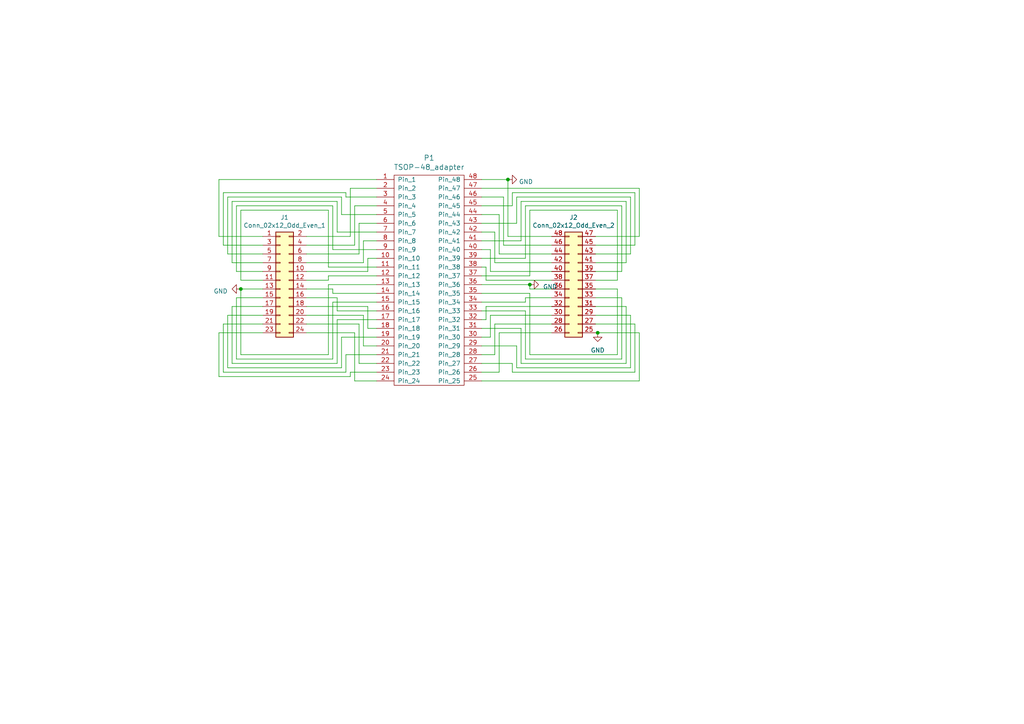
<source format=kicad_sch>
(kicad_sch (version 20230121) (generator eeschema)

  (uuid 335cbd71-bf56-4e6f-bda9-f8a828d35055)

  (paper "A4")

  (title_block
    (title "NANDO TSOP-48 adapter")
    (rev "v1.0")
  )

  (lib_symbols
    (symbol "nand_programmator:Conn_02x12_Odd_Even_Left" (pin_names (offset 1.016) hide) (in_bom yes) (on_board yes)
      (property "Reference" "J" (at 1.27 15.24 0)
        (effects (font (size 1.27 1.27)))
      )
      (property "Value" "Conn_02x12_Odd_Even_Left" (at 1.27 -17.78 0)
        (effects (font (size 1.27 1.27)))
      )
      (property "Footprint" "" (at 0 0 0)
        (effects (font (size 1.27 1.27)) hide)
      )
      (property "Datasheet" "~" (at 0 0 0)
        (effects (font (size 1.27 1.27)) hide)
      )
      (property "ki_keywords" "connector" (at 0 0 0)
        (effects (font (size 1.27 1.27)) hide)
      )
      (property "ki_description" "Generic connector, double row, 02x12, odd/even pin numbering scheme (row 1 odd numbers, row 2 even numbers), script generated (kicad-library-utils/schlib/autogen/connector/)" (at 0 0 0)
        (effects (font (size 1.27 1.27)) hide)
      )
      (property "ki_fp_filters" "Connector*:*_2x??_*" (at 0 0 0)
        (effects (font (size 1.27 1.27)) hide)
      )
      (symbol "Conn_02x12_Odd_Even_Left_1_1"
        (rectangle (start -1.27 -15.113) (end 0 -15.367)
          (stroke (width 0.1524) (type solid))
          (fill (type none))
        )
        (rectangle (start -1.27 -12.573) (end 0 -12.827)
          (stroke (width 0.1524) (type solid))
          (fill (type none))
        )
        (rectangle (start -1.27 -10.033) (end 0 -10.287)
          (stroke (width 0.1524) (type solid))
          (fill (type none))
        )
        (rectangle (start -1.27 -7.493) (end 0 -7.747)
          (stroke (width 0.1524) (type solid))
          (fill (type none))
        )
        (rectangle (start -1.27 -4.953) (end 0 -5.207)
          (stroke (width 0.1524) (type solid))
          (fill (type none))
        )
        (rectangle (start -1.27 -2.413) (end 0 -2.667)
          (stroke (width 0.1524) (type solid))
          (fill (type none))
        )
        (rectangle (start -1.27 0.127) (end 0 -0.127)
          (stroke (width 0.1524) (type solid))
          (fill (type none))
        )
        (rectangle (start -1.27 2.667) (end 0 2.413)
          (stroke (width 0.1524) (type solid))
          (fill (type none))
        )
        (rectangle (start -1.27 5.207) (end 0 4.953)
          (stroke (width 0.1524) (type solid))
          (fill (type none))
        )
        (rectangle (start -1.27 7.747) (end 0 7.493)
          (stroke (width 0.1524) (type solid))
          (fill (type none))
        )
        (rectangle (start -1.27 10.287) (end 0 10.033)
          (stroke (width 0.1524) (type solid))
          (fill (type none))
        )
        (rectangle (start -1.27 12.827) (end 0 12.573)
          (stroke (width 0.1524) (type solid))
          (fill (type none))
        )
        (rectangle (start -1.27 13.97) (end 3.81 -16.51)
          (stroke (width 0.254) (type solid))
          (fill (type background))
        )
        (rectangle (start 3.81 -15.113) (end 2.54 -15.367)
          (stroke (width 0.1524) (type solid))
          (fill (type none))
        )
        (rectangle (start 3.81 -12.573) (end 2.54 -12.827)
          (stroke (width 0.1524) (type solid))
          (fill (type none))
        )
        (rectangle (start 3.81 -10.033) (end 2.54 -10.287)
          (stroke (width 0.1524) (type solid))
          (fill (type none))
        )
        (rectangle (start 3.81 -7.493) (end 2.54 -7.747)
          (stroke (width 0.1524) (type solid))
          (fill (type none))
        )
        (rectangle (start 3.81 -4.953) (end 2.54 -5.207)
          (stroke (width 0.1524) (type solid))
          (fill (type none))
        )
        (rectangle (start 3.81 -2.413) (end 2.54 -2.667)
          (stroke (width 0.1524) (type solid))
          (fill (type none))
        )
        (rectangle (start 3.81 0.127) (end 2.54 -0.127)
          (stroke (width 0.1524) (type solid))
          (fill (type none))
        )
        (rectangle (start 3.81 2.667) (end 2.54 2.413)
          (stroke (width 0.1524) (type solid))
          (fill (type none))
        )
        (rectangle (start 3.81 5.207) (end 2.54 4.953)
          (stroke (width 0.1524) (type solid))
          (fill (type none))
        )
        (rectangle (start 3.81 7.747) (end 2.54 7.493)
          (stroke (width 0.1524) (type solid))
          (fill (type none))
        )
        (rectangle (start 3.81 10.287) (end 2.54 10.033)
          (stroke (width 0.1524) (type solid))
          (fill (type none))
        )
        (rectangle (start 3.81 12.827) (end 2.54 12.573)
          (stroke (width 0.1524) (type solid))
          (fill (type none))
        )
        (pin passive line (at -5.08 12.7 0) (length 3.81)
          (name "Pin_1" (effects (font (size 1.27 1.27))))
          (number "1" (effects (font (size 1.27 1.27))))
        )
        (pin passive line (at 7.62 2.54 180) (length 3.81)
          (name "Pin_10" (effects (font (size 1.27 1.27))))
          (number "10" (effects (font (size 1.27 1.27))))
        )
        (pin passive line (at -5.08 0 0) (length 3.81)
          (name "Pin_11" (effects (font (size 1.27 1.27))))
          (number "11" (effects (font (size 1.27 1.27))))
        )
        (pin passive line (at 7.62 0 180) (length 3.81)
          (name "Pin_12" (effects (font (size 1.27 1.27))))
          (number "12" (effects (font (size 1.27 1.27))))
        )
        (pin passive line (at -5.08 -2.54 0) (length 3.81)
          (name "Pin_13" (effects (font (size 1.27 1.27))))
          (number "13" (effects (font (size 1.27 1.27))))
        )
        (pin passive line (at 7.62 -2.54 180) (length 3.81)
          (name "Pin_14" (effects (font (size 1.27 1.27))))
          (number "14" (effects (font (size 1.27 1.27))))
        )
        (pin passive line (at -5.08 -5.08 0) (length 3.81)
          (name "Pin_15" (effects (font (size 1.27 1.27))))
          (number "15" (effects (font (size 1.27 1.27))))
        )
        (pin passive line (at 7.62 -5.08 180) (length 3.81)
          (name "Pin_16" (effects (font (size 1.27 1.27))))
          (number "16" (effects (font (size 1.27 1.27))))
        )
        (pin passive line (at -5.08 -7.62 0) (length 3.81)
          (name "Pin_17" (effects (font (size 1.27 1.27))))
          (number "17" (effects (font (size 1.27 1.27))))
        )
        (pin passive line (at 7.62 -7.62 180) (length 3.81)
          (name "Pin_18" (effects (font (size 1.27 1.27))))
          (number "18" (effects (font (size 1.27 1.27))))
        )
        (pin passive line (at -5.08 -10.16 0) (length 3.81)
          (name "Pin_19" (effects (font (size 1.27 1.27))))
          (number "19" (effects (font (size 1.27 1.27))))
        )
        (pin passive line (at 7.62 12.7 180) (length 3.81)
          (name "Pin_2" (effects (font (size 1.27 1.27))))
          (number "2" (effects (font (size 1.27 1.27))))
        )
        (pin passive line (at 7.62 -10.16 180) (length 3.81)
          (name "Pin_20" (effects (font (size 1.27 1.27))))
          (number "20" (effects (font (size 1.27 1.27))))
        )
        (pin passive line (at -5.08 -12.7 0) (length 3.81)
          (name "Pin_21" (effects (font (size 1.27 1.27))))
          (number "21" (effects (font (size 1.27 1.27))))
        )
        (pin passive line (at 7.62 -12.7 180) (length 3.81)
          (name "Pin_22" (effects (font (size 1.27 1.27))))
          (number "22" (effects (font (size 1.27 1.27))))
        )
        (pin passive line (at -5.08 -15.24 0) (length 3.81)
          (name "Pin_23" (effects (font (size 1.27 1.27))))
          (number "23" (effects (font (size 1.27 1.27))))
        )
        (pin passive line (at 7.62 -15.24 180) (length 3.81)
          (name "Pin_24" (effects (font (size 1.27 1.27))))
          (number "24" (effects (font (size 1.27 1.27))))
        )
        (pin passive line (at -5.08 10.16 0) (length 3.81)
          (name "Pin_3" (effects (font (size 1.27 1.27))))
          (number "3" (effects (font (size 1.27 1.27))))
        )
        (pin passive line (at 7.62 10.16 180) (length 3.81)
          (name "Pin_4" (effects (font (size 1.27 1.27))))
          (number "4" (effects (font (size 1.27 1.27))))
        )
        (pin passive line (at -5.08 7.62 0) (length 3.81)
          (name "Pin_5" (effects (font (size 1.27 1.27))))
          (number "5" (effects (font (size 1.27 1.27))))
        )
        (pin passive line (at 7.62 7.62 180) (length 3.81)
          (name "Pin_6" (effects (font (size 1.27 1.27))))
          (number "6" (effects (font (size 1.27 1.27))))
        )
        (pin passive line (at -5.08 5.08 0) (length 3.81)
          (name "Pin_7" (effects (font (size 1.27 1.27))))
          (number "7" (effects (font (size 1.27 1.27))))
        )
        (pin passive line (at 7.62 5.08 180) (length 3.81)
          (name "Pin_8" (effects (font (size 1.27 1.27))))
          (number "8" (effects (font (size 1.27 1.27))))
        )
        (pin passive line (at -5.08 2.54 0) (length 3.81)
          (name "Pin_9" (effects (font (size 1.27 1.27))))
          (number "9" (effects (font (size 1.27 1.27))))
        )
      )
    )
    (symbol "nand_programmator:Conn_02x12_Odd_Even_Right" (pin_names (offset 1.016) hide) (in_bom yes) (on_board yes)
      (property "Reference" "J" (at 1.27 15.24 0)
        (effects (font (size 1.27 1.27)))
      )
      (property "Value" "Conn_02x12_Odd_Even_Right" (at 1.27 -17.78 0)
        (effects (font (size 1.27 1.27)))
      )
      (property "Footprint" "" (at 0 0 0)
        (effects (font (size 1.27 1.27)) hide)
      )
      (property "Datasheet" "~" (at 0 0 0)
        (effects (font (size 1.27 1.27)) hide)
      )
      (property "ki_keywords" "connector" (at 0 0 0)
        (effects (font (size 1.27 1.27)) hide)
      )
      (property "ki_description" "Generic connector, double row, 02x12, odd/even pin numbering scheme (row 1 odd numbers, row 2 even numbers), script generated (kicad-library-utils/schlib/autogen/connector/)" (at 0 0 0)
        (effects (font (size 1.27 1.27)) hide)
      )
      (property "ki_fp_filters" "Connector*:*_2x??_*" (at 0 0 0)
        (effects (font (size 1.27 1.27)) hide)
      )
      (symbol "Conn_02x12_Odd_Even_Right_1_1"
        (rectangle (start -1.27 -15.113) (end 0 -15.367)
          (stroke (width 0.1524) (type solid))
          (fill (type none))
        )
        (rectangle (start -1.27 -12.573) (end 0 -12.827)
          (stroke (width 0.1524) (type solid))
          (fill (type none))
        )
        (rectangle (start -1.27 -10.033) (end 0 -10.287)
          (stroke (width 0.1524) (type solid))
          (fill (type none))
        )
        (rectangle (start -1.27 -7.493) (end 0 -7.747)
          (stroke (width 0.1524) (type solid))
          (fill (type none))
        )
        (rectangle (start -1.27 -4.953) (end 0 -5.207)
          (stroke (width 0.1524) (type solid))
          (fill (type none))
        )
        (rectangle (start -1.27 -2.413) (end 0 -2.667)
          (stroke (width 0.1524) (type solid))
          (fill (type none))
        )
        (rectangle (start -1.27 0.127) (end 0 -0.127)
          (stroke (width 0.1524) (type solid))
          (fill (type none))
        )
        (rectangle (start -1.27 2.667) (end 0 2.413)
          (stroke (width 0.1524) (type solid))
          (fill (type none))
        )
        (rectangle (start -1.27 5.207) (end 0 4.953)
          (stroke (width 0.1524) (type solid))
          (fill (type none))
        )
        (rectangle (start -1.27 7.747) (end 0 7.493)
          (stroke (width 0.1524) (type solid))
          (fill (type none))
        )
        (rectangle (start -1.27 10.287) (end 0 10.033)
          (stroke (width 0.1524) (type solid))
          (fill (type none))
        )
        (rectangle (start -1.27 12.827) (end 0 12.573)
          (stroke (width 0.1524) (type solid))
          (fill (type none))
        )
        (rectangle (start -1.27 13.97) (end 3.81 -16.51)
          (stroke (width 0.254) (type solid))
          (fill (type background))
        )
        (rectangle (start 3.81 -15.113) (end 2.54 -15.367)
          (stroke (width 0.1524) (type solid))
          (fill (type none))
        )
        (rectangle (start 3.81 -12.573) (end 2.54 -12.827)
          (stroke (width 0.1524) (type solid))
          (fill (type none))
        )
        (rectangle (start 3.81 -10.033) (end 2.54 -10.287)
          (stroke (width 0.1524) (type solid))
          (fill (type none))
        )
        (rectangle (start 3.81 -7.493) (end 2.54 -7.747)
          (stroke (width 0.1524) (type solid))
          (fill (type none))
        )
        (rectangle (start 3.81 -4.953) (end 2.54 -5.207)
          (stroke (width 0.1524) (type solid))
          (fill (type none))
        )
        (rectangle (start 3.81 -2.413) (end 2.54 -2.667)
          (stroke (width 0.1524) (type solid))
          (fill (type none))
        )
        (rectangle (start 3.81 0.127) (end 2.54 -0.127)
          (stroke (width 0.1524) (type solid))
          (fill (type none))
        )
        (rectangle (start 3.81 2.667) (end 2.54 2.413)
          (stroke (width 0.1524) (type solid))
          (fill (type none))
        )
        (rectangle (start 3.81 5.207) (end 2.54 4.953)
          (stroke (width 0.1524) (type solid))
          (fill (type none))
        )
        (rectangle (start 3.81 7.747) (end 2.54 7.493)
          (stroke (width 0.1524) (type solid))
          (fill (type none))
        )
        (rectangle (start 3.81 10.287) (end 2.54 10.033)
          (stroke (width 0.1524) (type solid))
          (fill (type none))
        )
        (rectangle (start 3.81 12.827) (end 2.54 12.573)
          (stroke (width 0.1524) (type solid))
          (fill (type none))
        )
        (pin passive line (at 7.62 -15.24 180) (length 3.81)
          (name "Pin_25" (effects (font (size 1.27 1.27))))
          (number "25" (effects (font (size 1.27 1.27))))
        )
        (pin passive line (at -5.08 -15.24 0) (length 3.81)
          (name "Pin_26" (effects (font (size 1.27 1.27))))
          (number "26" (effects (font (size 1.27 1.27))))
        )
        (pin passive line (at 7.62 -12.7 180) (length 3.81)
          (name "Pin_27" (effects (font (size 1.27 1.27))))
          (number "27" (effects (font (size 1.27 1.27))))
        )
        (pin passive line (at -5.08 -12.7 0) (length 3.81)
          (name "Pin_28" (effects (font (size 1.27 1.27))))
          (number "28" (effects (font (size 1.27 1.27))))
        )
        (pin passive line (at 7.62 -10.16 180) (length 3.81)
          (name "Pin_29" (effects (font (size 1.27 1.27))))
          (number "29" (effects (font (size 1.27 1.27))))
        )
        (pin passive line (at -5.08 -10.16 0) (length 3.81)
          (name "Pin_30" (effects (font (size 1.27 1.27))))
          (number "30" (effects (font (size 1.27 1.27))))
        )
        (pin passive line (at 7.62 -7.62 180) (length 3.81)
          (name "Pin_31" (effects (font (size 1.27 1.27))))
          (number "31" (effects (font (size 1.27 1.27))))
        )
        (pin passive line (at -5.08 -7.62 0) (length 3.81)
          (name "Pin_32" (effects (font (size 1.27 1.27))))
          (number "32" (effects (font (size 1.27 1.27))))
        )
        (pin passive line (at 7.62 -5.08 180) (length 3.81)
          (name "Pin_33" (effects (font (size 1.27 1.27))))
          (number "33" (effects (font (size 1.27 1.27))))
        )
        (pin passive line (at -5.08 -5.08 0) (length 3.81)
          (name "Pin_34" (effects (font (size 1.27 1.27))))
          (number "34" (effects (font (size 1.27 1.27))))
        )
        (pin passive line (at 7.62 -2.54 180) (length 3.81)
          (name "Pin_35" (effects (font (size 1.27 1.27))))
          (number "35" (effects (font (size 1.27 1.27))))
        )
        (pin passive line (at -5.08 -2.54 0) (length 3.81)
          (name "Pin_36" (effects (font (size 1.27 1.27))))
          (number "36" (effects (font (size 1.27 1.27))))
        )
        (pin passive line (at 7.62 0 180) (length 3.81)
          (name "Pin_37" (effects (font (size 1.27 1.27))))
          (number "37" (effects (font (size 1.27 1.27))))
        )
        (pin passive line (at -5.08 0 0) (length 3.81)
          (name "Pin_38" (effects (font (size 1.27 1.27))))
          (number "38" (effects (font (size 1.27 1.27))))
        )
        (pin passive line (at 7.62 2.54 180) (length 3.81)
          (name "Pin_39" (effects (font (size 1.27 1.27))))
          (number "39" (effects (font (size 1.27 1.27))))
        )
        (pin passive line (at -5.08 2.54 0) (length 3.81)
          (name "Pin_40" (effects (font (size 1.27 1.27))))
          (number "40" (effects (font (size 1.27 1.27))))
        )
        (pin passive line (at 7.62 5.08 180) (length 3.81)
          (name "Pin_41" (effects (font (size 1.27 1.27))))
          (number "41" (effects (font (size 1.27 1.27))))
        )
        (pin passive line (at -5.08 5.08 0) (length 3.81)
          (name "Pin_42" (effects (font (size 1.27 1.27))))
          (number "42" (effects (font (size 1.27 1.27))))
        )
        (pin passive line (at 7.62 7.62 180) (length 3.81)
          (name "Pin_43" (effects (font (size 1.27 1.27))))
          (number "43" (effects (font (size 1.27 1.27))))
        )
        (pin passive line (at -5.08 7.62 0) (length 3.81)
          (name "Pin_44" (effects (font (size 1.27 1.27))))
          (number "44" (effects (font (size 1.27 1.27))))
        )
        (pin passive line (at 7.62 10.16 180) (length 3.81)
          (name "Pin_45" (effects (font (size 1.27 1.27))))
          (number "45" (effects (font (size 1.27 1.27))))
        )
        (pin passive line (at -5.08 10.16 0) (length 3.81)
          (name "Pin_46" (effects (font (size 1.27 1.27))))
          (number "46" (effects (font (size 1.27 1.27))))
        )
        (pin passive line (at 7.62 12.7 180) (length 3.81)
          (name "Pin_47" (effects (font (size 1.27 1.27))))
          (number "47" (effects (font (size 1.27 1.27))))
        )
        (pin passive line (at -5.08 12.7 0) (length 3.81)
          (name "Pin_48" (effects (font (size 1.27 1.27))))
          (number "48" (effects (font (size 1.27 1.27))))
        )
      )
    )
    (symbol "nand_programmator:TSOP-48_adapter" (pin_names (offset 1.016)) (in_bom yes) (on_board yes)
      (property "Reference" "P" (at 0 -43.18 0)
        (effects (font (size 1.524 1.524)))
      )
      (property "Value" "TSOP-48_adapter" (at 0 21.59 0)
        (effects (font (size 1.524 1.524)))
      )
      (property "Footprint" "" (at 0 21.59 0)
        (effects (font (size 1.524 1.524)) hide)
      )
      (property "Datasheet" "" (at 0 21.59 0)
        (effects (font (size 1.524 1.524)) hide)
      )
      (symbol "TSOP-48_adapter_0_1"
        (rectangle (start -10.16 19.05) (end 10.16 -41.91)
          (stroke (width 0) (type solid))
          (fill (type none))
        )
      )
      (symbol "TSOP-48_adapter_1_1"
        (pin passive line (at -15.24 17.78 0) (length 5.08)
          (name "Pin_1" (effects (font (size 1.27 1.27))))
          (number "1" (effects (font (size 1.27 1.27))))
        )
        (pin passive line (at -15.24 -5.08 0) (length 5.08)
          (name "Pin_10" (effects (font (size 1.27 1.27))))
          (number "10" (effects (font (size 1.27 1.27))))
        )
        (pin passive line (at -15.24 -7.62 0) (length 5.08)
          (name "Pin_11" (effects (font (size 1.27 1.27))))
          (number "11" (effects (font (size 1.27 1.27))))
        )
        (pin passive line (at -15.24 -10.16 0) (length 5.08)
          (name "Pin_12" (effects (font (size 1.27 1.27))))
          (number "12" (effects (font (size 1.27 1.27))))
        )
        (pin passive line (at -15.24 -12.7 0) (length 5.08)
          (name "Pin_13" (effects (font (size 1.27 1.27))))
          (number "13" (effects (font (size 1.27 1.27))))
        )
        (pin passive line (at -15.24 -15.24 0) (length 5.08)
          (name "Pin_14" (effects (font (size 1.27 1.27))))
          (number "14" (effects (font (size 1.27 1.27))))
        )
        (pin passive line (at -15.24 -17.78 0) (length 5.08)
          (name "Pin_15" (effects (font (size 1.27 1.27))))
          (number "15" (effects (font (size 1.27 1.27))))
        )
        (pin passive line (at -15.24 -20.32 0) (length 5.08)
          (name "Pin_16" (effects (font (size 1.27 1.27))))
          (number "16" (effects (font (size 1.27 1.27))))
        )
        (pin passive line (at -15.24 -22.86 0) (length 5.08)
          (name "Pin_17" (effects (font (size 1.27 1.27))))
          (number "17" (effects (font (size 1.27 1.27))))
        )
        (pin passive line (at -15.24 -25.4 0) (length 5.08)
          (name "Pin_18" (effects (font (size 1.27 1.27))))
          (number "18" (effects (font (size 1.27 1.27))))
        )
        (pin passive line (at -15.24 -27.94 0) (length 5.08)
          (name "Pin_19" (effects (font (size 1.27 1.27))))
          (number "19" (effects (font (size 1.27 1.27))))
        )
        (pin passive line (at -15.24 15.24 0) (length 5.08)
          (name "Pin_2" (effects (font (size 1.27 1.27))))
          (number "2" (effects (font (size 1.27 1.27))))
        )
        (pin passive line (at -15.24 -30.48 0) (length 5.08)
          (name "Pin_20" (effects (font (size 1.27 1.27))))
          (number "20" (effects (font (size 1.27 1.27))))
        )
        (pin passive line (at -15.24 -33.02 0) (length 5.08)
          (name "Pin_21" (effects (font (size 1.27 1.27))))
          (number "21" (effects (font (size 1.27 1.27))))
        )
        (pin passive line (at -15.24 -35.56 0) (length 5.08)
          (name "Pin_22" (effects (font (size 1.27 1.27))))
          (number "22" (effects (font (size 1.27 1.27))))
        )
        (pin passive line (at -15.24 -38.1 0) (length 5.08)
          (name "Pin_23" (effects (font (size 1.27 1.27))))
          (number "23" (effects (font (size 1.27 1.27))))
        )
        (pin passive line (at -15.24 -40.64 0) (length 5.08)
          (name "Pin_24" (effects (font (size 1.27 1.27))))
          (number "24" (effects (font (size 1.27 1.27))))
        )
        (pin passive line (at 15.24 -40.64 180) (length 5.08)
          (name "Pin_25" (effects (font (size 1.27 1.27))))
          (number "25" (effects (font (size 1.27 1.27))))
        )
        (pin passive line (at 15.24 -38.1 180) (length 5.08)
          (name "Pin_26" (effects (font (size 1.27 1.27))))
          (number "26" (effects (font (size 1.27 1.27))))
        )
        (pin passive line (at 15.24 -35.56 180) (length 5.08)
          (name "Pin_27" (effects (font (size 1.27 1.27))))
          (number "27" (effects (font (size 1.27 1.27))))
        )
        (pin passive line (at 15.24 -33.02 180) (length 5.08)
          (name "Pin_28" (effects (font (size 1.27 1.27))))
          (number "28" (effects (font (size 1.27 1.27))))
        )
        (pin passive line (at 15.24 -30.48 180) (length 5.08)
          (name "Pin_29" (effects (font (size 1.27 1.27))))
          (number "29" (effects (font (size 1.27 1.27))))
        )
        (pin passive line (at -15.24 12.7 0) (length 5.08)
          (name "Pin_3" (effects (font (size 1.27 1.27))))
          (number "3" (effects (font (size 1.27 1.27))))
        )
        (pin passive line (at 15.24 -27.94 180) (length 5.08)
          (name "Pin_30" (effects (font (size 1.27 1.27))))
          (number "30" (effects (font (size 1.27 1.27))))
        )
        (pin passive line (at 15.24 -25.4 180) (length 5.08)
          (name "Pin_31" (effects (font (size 1.27 1.27))))
          (number "31" (effects (font (size 1.27 1.27))))
        )
        (pin passive line (at 15.24 -22.86 180) (length 5.08)
          (name "Pin_32" (effects (font (size 1.27 1.27))))
          (number "32" (effects (font (size 1.27 1.27))))
        )
        (pin passive line (at 15.24 -20.32 180) (length 5.08)
          (name "Pin_33" (effects (font (size 1.27 1.27))))
          (number "33" (effects (font (size 1.27 1.27))))
        )
        (pin passive line (at 15.24 -17.78 180) (length 5.08)
          (name "Pin_34" (effects (font (size 1.27 1.27))))
          (number "34" (effects (font (size 1.27 1.27))))
        )
        (pin passive line (at 15.24 -15.24 180) (length 5.08)
          (name "Pin_35" (effects (font (size 1.27 1.27))))
          (number "35" (effects (font (size 1.27 1.27))))
        )
        (pin passive line (at 15.24 -12.7 180) (length 5.08)
          (name "Pin_36" (effects (font (size 1.27 1.27))))
          (number "36" (effects (font (size 1.27 1.27))))
        )
        (pin passive line (at 15.24 -10.16 180) (length 5.08)
          (name "Pin_37" (effects (font (size 1.27 1.27))))
          (number "37" (effects (font (size 1.27 1.27))))
        )
        (pin passive line (at 15.24 -7.62 180) (length 5.08)
          (name "Pin_38" (effects (font (size 1.27 1.27))))
          (number "38" (effects (font (size 1.27 1.27))))
        )
        (pin passive line (at 15.24 -5.08 180) (length 5.08)
          (name "Pin_39" (effects (font (size 1.27 1.27))))
          (number "39" (effects (font (size 1.27 1.27))))
        )
        (pin passive line (at -15.24 10.16 0) (length 5.08)
          (name "Pin_4" (effects (font (size 1.27 1.27))))
          (number "4" (effects (font (size 1.27 1.27))))
        )
        (pin passive line (at 15.24 -2.54 180) (length 5.08)
          (name "Pin_40" (effects (font (size 1.27 1.27))))
          (number "40" (effects (font (size 1.27 1.27))))
        )
        (pin passive line (at 15.24 0 180) (length 5.08)
          (name "Pin_41" (effects (font (size 1.27 1.27))))
          (number "41" (effects (font (size 1.27 1.27))))
        )
        (pin passive line (at 15.24 2.54 180) (length 5.08)
          (name "Pin_42" (effects (font (size 1.27 1.27))))
          (number "42" (effects (font (size 1.27 1.27))))
        )
        (pin passive line (at 15.24 5.08 180) (length 5.08)
          (name "Pin_43" (effects (font (size 1.27 1.27))))
          (number "43" (effects (font (size 1.27 1.27))))
        )
        (pin passive line (at 15.24 7.62 180) (length 5.08)
          (name "Pin_44" (effects (font (size 1.27 1.27))))
          (number "44" (effects (font (size 1.27 1.27))))
        )
        (pin passive line (at 15.24 10.16 180) (length 5.08)
          (name "Pin_45" (effects (font (size 1.27 1.27))))
          (number "45" (effects (font (size 1.27 1.27))))
        )
        (pin passive line (at 15.24 12.7 180) (length 5.08)
          (name "Pin_46" (effects (font (size 1.27 1.27))))
          (number "46" (effects (font (size 1.27 1.27))))
        )
        (pin passive line (at 15.24 15.24 180) (length 5.08)
          (name "Pin_47" (effects (font (size 1.27 1.27))))
          (number "47" (effects (font (size 1.27 1.27))))
        )
        (pin passive line (at 15.24 17.78 180) (length 5.08)
          (name "Pin_48" (effects (font (size 1.27 1.27))))
          (number "48" (effects (font (size 1.27 1.27))))
        )
        (pin passive line (at -15.24 7.62 0) (length 5.08)
          (name "Pin_5" (effects (font (size 1.27 1.27))))
          (number "5" (effects (font (size 1.27 1.27))))
        )
        (pin passive line (at -15.24 5.08 0) (length 5.08)
          (name "Pin_6" (effects (font (size 1.27 1.27))))
          (number "6" (effects (font (size 1.27 1.27))))
        )
        (pin passive line (at -15.24 2.54 0) (length 5.08)
          (name "Pin_7" (effects (font (size 1.27 1.27))))
          (number "7" (effects (font (size 1.27 1.27))))
        )
        (pin passive line (at -15.24 0 0) (length 5.08)
          (name "Pin_8" (effects (font (size 1.27 1.27))))
          (number "8" (effects (font (size 1.27 1.27))))
        )
        (pin passive line (at -15.24 -2.54 0) (length 5.08)
          (name "Pin_9" (effects (font (size 1.27 1.27))))
          (number "9" (effects (font (size 1.27 1.27))))
        )
      )
    )
    (symbol "power:GND" (power) (pin_names (offset 0)) (in_bom yes) (on_board yes)
      (property "Reference" "#PWR" (at 0 -6.35 0)
        (effects (font (size 1.27 1.27)) hide)
      )
      (property "Value" "GND" (at 0 -3.81 0)
        (effects (font (size 1.27 1.27)))
      )
      (property "Footprint" "" (at 0 0 0)
        (effects (font (size 1.27 1.27)) hide)
      )
      (property "Datasheet" "" (at 0 0 0)
        (effects (font (size 1.27 1.27)) hide)
      )
      (property "ki_keywords" "global power" (at 0 0 0)
        (effects (font (size 1.27 1.27)) hide)
      )
      (property "ki_description" "Power symbol creates a global label with name \"GND\" , ground" (at 0 0 0)
        (effects (font (size 1.27 1.27)) hide)
      )
      (symbol "GND_0_1"
        (polyline
          (pts
            (xy 0 0)
            (xy 0 -1.27)
            (xy 1.27 -1.27)
            (xy 0 -2.54)
            (xy -1.27 -1.27)
            (xy 0 -1.27)
          )
          (stroke (width 0) (type default))
          (fill (type none))
        )
      )
      (symbol "GND_1_1"
        (pin power_in line (at 0 0 270) (length 0) hide
          (name "GND" (effects (font (size 1.27 1.27))))
          (number "1" (effects (font (size 1.27 1.27))))
        )
      )
    )
  )

  (junction (at 173.355 96.52) (diameter 0) (color 0 0 0 0)
    (uuid 3b3cc401-c38f-4f21-a80b-ca1085fb0521)
  )
  (junction (at 147.32 52.07) (diameter 0) (color 0 0 0 0)
    (uuid 5c42ba94-8b16-470f-b415-4f39423ae9b5)
  )
  (junction (at 69.85 83.82) (diameter 0) (color 0 0 0 0)
    (uuid b24a7fe9-dc99-4f91-a93d-59fc9d07dd14)
  )
  (junction (at 153.67 82.55) (diameter 0) (color 0 0 0 0)
    (uuid e78327cc-9c39-4676-8566-00291776d6e1)
  )

  (wire (pts (xy 88.9 71.12) (xy 102.87 71.12))
    (stroke (width 0) (type default))
    (uuid 02c080cd-c440-4a0b-872f-575796a287cb)
  )
  (wire (pts (xy 63.5 52.07) (xy 109.22 52.07))
    (stroke (width 0) (type default))
    (uuid 03d36923-30c5-4526-85cf-0a6c1a61fa2a)
  )
  (wire (pts (xy 66.04 57.15) (xy 99.06 57.15))
    (stroke (width 0) (type default))
    (uuid 041758cf-b17b-4edc-949f-faa1635c7bfd)
  )
  (wire (pts (xy 180.34 78.74) (xy 180.34 59.69))
    (stroke (width 0) (type default))
    (uuid 059a249e-efee-41cc-8ba5-96a47ed13a57)
  )
  (wire (pts (xy 101.6 109.22) (xy 101.6 107.95))
    (stroke (width 0) (type default))
    (uuid 06f9a404-76e7-4b09-b9aa-c062e1da2e70)
  )
  (wire (pts (xy 147.32 68.58) (xy 147.32 52.07))
    (stroke (width 0) (type default))
    (uuid 0712edf0-fd0d-491b-a887-e18e017b0a83)
  )
  (wire (pts (xy 101.6 107.95) (xy 109.22 107.95))
    (stroke (width 0) (type default))
    (uuid 0b2eea6d-bc87-4894-929b-ed93b73a8533)
  )
  (wire (pts (xy 96.52 72.39) (xy 109.22 72.39))
    (stroke (width 0) (type default))
    (uuid 0bce8907-0d3d-4dbe-896f-52eeb8ffa96c)
  )
  (wire (pts (xy 160.02 88.9) (xy 140.97 88.9))
    (stroke (width 0) (type default))
    (uuid 0c604019-d5ab-4096-b2df-918c8e1417e8)
  )
  (wire (pts (xy 105.41 69.85) (xy 109.22 69.85))
    (stroke (width 0) (type default))
    (uuid 0d419973-dfe8-4bd6-b30d-12c2d6bf67a9)
  )
  (wire (pts (xy 68.58 78.74) (xy 68.58 59.69))
    (stroke (width 0) (type default))
    (uuid 0d4ec7fa-6bf9-4dd9-aacf-1b4158a02cbe)
  )
  (wire (pts (xy 63.5 68.58) (xy 63.5 52.07))
    (stroke (width 0) (type default))
    (uuid 0fd75557-7168-4d2c-8f85-ee824067f649)
  )
  (wire (pts (xy 99.06 97.79) (xy 109.22 97.79))
    (stroke (width 0) (type default))
    (uuid 12a4df72-4877-4406-80fb-2ed1a70f5c98)
  )
  (wire (pts (xy 172.72 76.2) (xy 181.61 76.2))
    (stroke (width 0) (type default))
    (uuid 139f57b2-d9b6-4934-b7f3-64a0403adc5f)
  )
  (wire (pts (xy 180.34 59.69) (xy 152.4 59.69))
    (stroke (width 0) (type default))
    (uuid 145e2775-4bf4-4b68-9f02-4e0e1eab6532)
  )
  (wire (pts (xy 160.02 96.52) (xy 144.78 96.52))
    (stroke (width 0) (type default))
    (uuid 1508ecc3-b25f-426c-9669-ddbbc6157735)
  )
  (wire (pts (xy 76.2 88.9) (xy 67.31 88.9))
    (stroke (width 0) (type default))
    (uuid 16cd5cc4-7086-4b27-acf8-2c83d9901cc9)
  )
  (wire (pts (xy 152.4 59.69) (xy 152.4 74.93))
    (stroke (width 0) (type default))
    (uuid 17d9cf5a-da6f-4216-9de3-cf47c29a2e78)
  )
  (wire (pts (xy 184.15 71.12) (xy 184.15 55.88))
    (stroke (width 0) (type default))
    (uuid 1a8b941e-eec1-45bf-8a65-5a266a953b78)
  )
  (wire (pts (xy 142.24 72.39) (xy 139.7 72.39))
    (stroke (width 0) (type default))
    (uuid 1af42cf0-6410-4320-a91c-b87ac160bdd3)
  )
  (wire (pts (xy 152.4 86.36) (xy 152.4 87.63))
    (stroke (width 0) (type default))
    (uuid 1c076a99-a735-4d26-a906-5a910125beea)
  )
  (wire (pts (xy 101.6 54.61) (xy 109.22 54.61))
    (stroke (width 0) (type default))
    (uuid 1c0a6ecd-9962-445a-899b-c6fd3977c06f)
  )
  (wire (pts (xy 76.2 78.74) (xy 68.58 78.74))
    (stroke (width 0) (type default))
    (uuid 1fda5dcc-3147-4d85-b952-e427afc403d4)
  )
  (wire (pts (xy 64.77 55.88) (xy 100.33 55.88))
    (stroke (width 0) (type default))
    (uuid 221b7e3c-f419-4bc4-a95d-6c4f3bcd452c)
  )
  (wire (pts (xy 100.33 107.95) (xy 100.33 102.87))
    (stroke (width 0) (type default))
    (uuid 29b09a77-31a3-424f-a29f-d8bc300bf2db)
  )
  (wire (pts (xy 181.61 76.2) (xy 181.61 58.42))
    (stroke (width 0) (type default))
    (uuid 29f276c4-6d99-4cd5-8138-ce5f6b540eba)
  )
  (wire (pts (xy 95.25 82.55) (xy 109.22 82.55))
    (stroke (width 0) (type default))
    (uuid 2b13321e-494f-43f4-aa1f-cd582bab21e9)
  )
  (wire (pts (xy 76.2 96.52) (xy 63.5 96.52))
    (stroke (width 0) (type default))
    (uuid 2cfd0e30-5cbc-4499-b00c-a4a611ae70c1)
  )
  (wire (pts (xy 102.87 96.52) (xy 102.87 110.49))
    (stroke (width 0) (type default))
    (uuid 2f58f4d6-e27f-4612-8c16-9964bd715796)
  )
  (wire (pts (xy 76.2 68.58) (xy 63.5 68.58))
    (stroke (width 0) (type default))
    (uuid 318dea56-4bcf-4547-b608-03317c7384b6)
  )
  (wire (pts (xy 181.61 58.42) (xy 151.13 58.42))
    (stroke (width 0) (type default))
    (uuid 324c2494-7e5d-4068-a00a-6102a77d3a0e)
  )
  (wire (pts (xy 149.86 100.33) (xy 139.7 100.33))
    (stroke (width 0) (type default))
    (uuid 341b3228-f373-422e-9bf4-9d649b00dad7)
  )
  (wire (pts (xy 95.25 80.01) (xy 109.22 80.01))
    (stroke (width 0) (type default))
    (uuid 34670689-8e4f-4f80-9e0a-57e9634726d2)
  )
  (wire (pts (xy 88.9 81.28) (xy 95.25 81.28))
    (stroke (width 0) (type default))
    (uuid 3508f594-dd3d-4711-b5d8-23a17f4f0952)
  )
  (wire (pts (xy 160.02 86.36) (xy 152.4 86.36))
    (stroke (width 0) (type default))
    (uuid 355c3cda-ea7c-4d81-abe9-f083ad2080cb)
  )
  (wire (pts (xy 153.67 83.82) (xy 153.67 82.55))
    (stroke (width 0) (type default))
    (uuid 3a676b33-babe-4c77-8823-27953293738a)
  )
  (wire (pts (xy 88.9 86.36) (xy 97.79 86.36))
    (stroke (width 0) (type default))
    (uuid 3d47e65f-41d9-41b7-82ba-e5fff0966100)
  )
  (wire (pts (xy 172.72 73.66) (xy 182.88 73.66))
    (stroke (width 0) (type default))
    (uuid 3e819652-5337-4914-a0c0-4a4ecfc20d61)
  )
  (wire (pts (xy 99.06 106.68) (xy 99.06 97.79))
    (stroke (width 0) (type default))
    (uuid 3eae4362-14d1-443e-ac8c-5a9d6d662db3)
  )
  (wire (pts (xy 172.72 71.12) (xy 184.15 71.12))
    (stroke (width 0) (type default))
    (uuid 3f12c842-65af-409e-ad21-3c9a65a98398)
  )
  (wire (pts (xy 173.355 96.52) (xy 185.42 96.52))
    (stroke (width 0) (type default))
    (uuid 405afec9-2cc5-47fc-a471-d37d812454ba)
  )
  (wire (pts (xy 76.2 83.82) (xy 69.85 83.82))
    (stroke (width 0) (type default))
    (uuid 426739cf-e91e-4857-9497-671483438e07)
  )
  (wire (pts (xy 97.79 92.71) (xy 109.22 92.71))
    (stroke (width 0) (type default))
    (uuid 449072b5-f717-4984-b54d-95654771312b)
  )
  (wire (pts (xy 104.14 93.98) (xy 104.14 105.41))
    (stroke (width 0) (type default))
    (uuid 4809d255-1c7f-4152-8c26-dcbb6f16bde4)
  )
  (wire (pts (xy 66.04 91.44) (xy 66.04 106.68))
    (stroke (width 0) (type default))
    (uuid 48ddeacd-979a-4b7a-8f64-71d504939020)
  )
  (wire (pts (xy 95.25 81.28) (xy 95.25 80.01))
    (stroke (width 0) (type default))
    (uuid 491510e1-012b-467e-b0e9-c443678cf87f)
  )
  (wire (pts (xy 143.51 67.31) (xy 139.7 67.31))
    (stroke (width 0) (type default))
    (uuid 4d09168c-2bb8-4464-ab2d-510f99b6fccb)
  )
  (wire (pts (xy 102.87 59.69) (xy 109.22 59.69))
    (stroke (width 0) (type default))
    (uuid 4dc7faae-f0f4-4187-9d98-23152379b37b)
  )
  (wire (pts (xy 101.6 68.58) (xy 101.6 54.61))
    (stroke (width 0) (type default))
    (uuid 4ec1a5db-0075-41b2-91ca-6b65121fcf67)
  )
  (wire (pts (xy 185.42 54.61) (xy 139.7 54.61))
    (stroke (width 0) (type default))
    (uuid 503df406-b97c-4341-abab-37dc1d2c9e61)
  )
  (wire (pts (xy 99.06 57.15) (xy 99.06 62.23))
    (stroke (width 0) (type default))
    (uuid 53d3cea5-f558-49a5-9d65-693cf160c864)
  )
  (wire (pts (xy 63.5 96.52) (xy 63.5 109.22))
    (stroke (width 0) (type default))
    (uuid 55a5b16c-9e81-4aaf-8393-6ab7daef76be)
  )
  (wire (pts (xy 172.72 83.82) (xy 179.07 83.82))
    (stroke (width 0) (type default))
    (uuid 55bf4797-e173-4a05-a752-85b56ba1ebd3)
  )
  (wire (pts (xy 76.2 76.2) (xy 67.31 76.2))
    (stroke (width 0) (type default))
    (uuid 5871beb1-c5ad-413f-bbb6-b6b52a163116)
  )
  (wire (pts (xy 97.79 90.17) (xy 109.22 90.17))
    (stroke (width 0) (type default))
    (uuid 58de0a8b-05ed-44e4-bb16-edf7440a9519)
  )
  (wire (pts (xy 144.78 73.66) (xy 144.78 62.23))
    (stroke (width 0) (type default))
    (uuid 59e4818e-cdbd-46b9-ad2a-440e5543267c)
  )
  (wire (pts (xy 140.97 77.47) (xy 139.7 77.47))
    (stroke (width 0) (type default))
    (uuid 5bbf0b76-269b-45ef-a5ed-b2d367cb16d6)
  )
  (wire (pts (xy 160.02 91.44) (xy 142.24 91.44))
    (stroke (width 0) (type default))
    (uuid 5bfd3391-3124-4727-8006-49a677e587b5)
  )
  (wire (pts (xy 76.2 71.12) (xy 64.77 71.12))
    (stroke (width 0) (type default))
    (uuid 5c540e30-1eb7-4b96-847c-5287d1ba73fe)
  )
  (wire (pts (xy 69.85 60.96) (xy 95.25 60.96))
    (stroke (width 0) (type default))
    (uuid 5c7315ae-57b9-40da-b1ce-c7666d0e2975)
  )
  (wire (pts (xy 182.88 91.44) (xy 182.88 106.68))
    (stroke (width 0) (type default))
    (uuid 5dbc9a74-a9d0-4fbc-bcf7-398050ee9dd8)
  )
  (wire (pts (xy 105.41 76.2) (xy 105.41 69.85))
    (stroke (width 0) (type default))
    (uuid 5e0515f7-171f-4f16-9024-d2df15ef63f0)
  )
  (wire (pts (xy 100.33 102.87) (xy 109.22 102.87))
    (stroke (width 0) (type default))
    (uuid 5f3bd5a1-21b7-4f3d-bb88-af19edebad30)
  )
  (wire (pts (xy 180.34 104.14) (xy 152.4 104.14))
    (stroke (width 0) (type default))
    (uuid 61df3d2d-ee68-4e26-a188-86459f0eb13e)
  )
  (wire (pts (xy 143.51 93.98) (xy 143.51 102.87))
    (stroke (width 0) (type default))
    (uuid 62d10f30-389f-4e4f-881a-89989bb877c2)
  )
  (wire (pts (xy 97.79 105.41) (xy 97.79 92.71))
    (stroke (width 0) (type default))
    (uuid 62f126a5-6c0b-4668-abbf-080dad3c024b)
  )
  (wire (pts (xy 88.9 91.44) (xy 105.41 91.44))
    (stroke (width 0) (type default))
    (uuid 63eb8257-31da-4c93-8a30-f5508878c47d)
  )
  (wire (pts (xy 160.02 78.74) (xy 142.24 78.74))
    (stroke (width 0) (type default))
    (uuid 6429708b-2e9d-440c-88e1-154a08479673)
  )
  (wire (pts (xy 153.67 102.87) (xy 153.67 85.09))
    (stroke (width 0) (type default))
    (uuid 66cee44f-c2e3-406c-a4e3-19be6614ae33)
  )
  (wire (pts (xy 149.86 57.15) (xy 149.86 64.77))
    (stroke (width 0) (type default))
    (uuid 673d5b7e-94ae-4515-8657-be053b07f06a)
  )
  (wire (pts (xy 160.02 73.66) (xy 144.78 73.66))
    (stroke (width 0) (type default))
    (uuid 678d8acd-9505-411b-9456-46fcaa399486)
  )
  (wire (pts (xy 64.77 71.12) (xy 64.77 55.88))
    (stroke (width 0) (type default))
    (uuid 68dba93d-e391-407d-a6e8-47629ed65421)
  )
  (wire (pts (xy 76.2 73.66) (xy 66.04 73.66))
    (stroke (width 0) (type default))
    (uuid 690e2070-3b7b-4976-aa71-f3a6ef7a7cde)
  )
  (wire (pts (xy 96.52 87.63) (xy 109.22 87.63))
    (stroke (width 0) (type default))
    (uuid 694013a0-bc20-4068-82d1-363a4769db3a)
  )
  (wire (pts (xy 146.05 57.15) (xy 139.7 57.15))
    (stroke (width 0) (type default))
    (uuid 6b8a1c0e-83c0-4438-b9ab-6655f3460287)
  )
  (wire (pts (xy 181.61 105.41) (xy 151.13 105.41))
    (stroke (width 0) (type default))
    (uuid 6bed2fa3-d0a0-4c54-8967-ef7204fa047f)
  )
  (wire (pts (xy 184.15 107.95) (xy 148.59 107.95))
    (stroke (width 0) (type default))
    (uuid 6c3efc02-46ea-435c-8b8f-fef6bab63a9c)
  )
  (wire (pts (xy 69.85 81.28) (xy 76.2 81.28))
    (stroke (width 0) (type default))
    (uuid 6ec8c498-5201-4973-9459-4bc24209e4d3)
  )
  (wire (pts (xy 102.87 71.12) (xy 102.87 59.69))
    (stroke (width 0) (type default))
    (uuid 70033069-bdec-44be-8563-cee85f2cee5c)
  )
  (wire (pts (xy 147.32 52.07) (xy 139.7 52.07))
    (stroke (width 0) (type default))
    (uuid 70294c82-74b4-4efa-a5ac-043fb486e000)
  )
  (wire (pts (xy 160.02 81.28) (xy 140.97 81.28))
    (stroke (width 0) (type default))
    (uuid 70838a2a-ae41-4566-99a5-b5dcd4d88b4e)
  )
  (wire (pts (xy 184.15 93.98) (xy 184.15 107.95))
    (stroke (width 0) (type default))
    (uuid 72b9b781-5e84-429c-b3ef-9e1cfe7fa437)
  )
  (wire (pts (xy 96.52 85.09) (xy 109.22 85.09))
    (stroke (width 0) (type default))
    (uuid 747e7ba3-796f-4c7c-b4de-0abe80fdc2e0)
  )
  (wire (pts (xy 64.77 93.98) (xy 64.77 107.95))
    (stroke (width 0) (type default))
    (uuid 74b3901e-0548-4516-af47-a9afedf5726e)
  )
  (wire (pts (xy 144.78 107.95) (xy 139.7 107.95))
    (stroke (width 0) (type default))
    (uuid 76672042-35c7-4897-8f76-9f50fa400c79)
  )
  (wire (pts (xy 153.67 82.55) (xy 139.7 82.55))
    (stroke (width 0) (type default))
    (uuid 77d31b61-446d-4394-a7ef-95ad1e6e0e39)
  )
  (wire (pts (xy 179.07 83.82) (xy 179.07 102.87))
    (stroke (width 0) (type default))
    (uuid 783387c7-914e-4220-8216-5c0e67ad7dab)
  )
  (wire (pts (xy 95.25 60.96) (xy 95.25 77.47))
    (stroke (width 0) (type default))
    (uuid 7ac8ad31-bdf7-4780-a918-77366a92c3d1)
  )
  (wire (pts (xy 182.88 57.15) (xy 149.86 57.15))
    (stroke (width 0) (type default))
    (uuid 7bb6caab-2345-4182-9db5-ef70c1af1150)
  )
  (wire (pts (xy 96.52 59.69) (xy 96.52 72.39))
    (stroke (width 0) (type default))
    (uuid 7c9cb5d7-4b52-4912-89e0-ec4e8c41ff4c)
  )
  (wire (pts (xy 67.31 76.2) (xy 67.31 58.42))
    (stroke (width 0) (type default))
    (uuid 7caf1c20-8daa-4145-a19e-8b2840482456)
  )
  (wire (pts (xy 172.72 78.74) (xy 180.34 78.74))
    (stroke (width 0) (type default))
    (uuid 7d9f9708-5dc8-48ff-92f8-934963d319a4)
  )
  (wire (pts (xy 149.86 106.68) (xy 149.86 100.33))
    (stroke (width 0) (type default))
    (uuid 7e2fd95c-2d50-4e36-9134-bb770a8d8948)
  )
  (wire (pts (xy 66.04 106.68) (xy 99.06 106.68))
    (stroke (width 0) (type default))
    (uuid 804ff26b-d820-4071-b68a-dabafaf55f14)
  )
  (wire (pts (xy 88.9 68.58) (xy 101.6 68.58))
    (stroke (width 0) (type default))
    (uuid 80b991f7-4a25-4e82-a83e-ecf9db92d086)
  )
  (wire (pts (xy 104.14 73.66) (xy 104.14 64.77))
    (stroke (width 0) (type default))
    (uuid 83e02d3f-731d-46fd-a5cf-70959f5a4299)
  )
  (wire (pts (xy 88.9 78.74) (xy 106.68 78.74))
    (stroke (width 0) (type default))
    (uuid 8561fa9b-8bce-4d45-8419-e6da9ff494e9)
  )
  (wire (pts (xy 185.42 110.49) (xy 139.7 110.49))
    (stroke (width 0) (type default))
    (uuid 85fcc0ef-ef1b-4f8a-964d-6b3822cb5975)
  )
  (wire (pts (xy 64.77 107.95) (xy 100.33 107.95))
    (stroke (width 0) (type default))
    (uuid 86186460-3556-462f-9127-3082a38aade6)
  )
  (wire (pts (xy 172.72 81.28) (xy 179.07 81.28))
    (stroke (width 0) (type default))
    (uuid 87e51011-4185-41b8-8c75-72062334a2b6)
  )
  (wire (pts (xy 180.34 86.36) (xy 180.34 104.14))
    (stroke (width 0) (type default))
    (uuid 8b6335be-139b-4156-a65f-d0de97d250c4)
  )
  (wire (pts (xy 148.59 107.95) (xy 148.59 105.41))
    (stroke (width 0) (type default))
    (uuid 8ba19ba6-7e19-4f8b-b41f-bc37193ccfcc)
  )
  (wire (pts (xy 149.86 64.77) (xy 139.7 64.77))
    (stroke (width 0) (type default))
    (uuid 8c0c7a02-f551-499b-8f57-50c4701180b8)
  )
  (wire (pts (xy 172.72 91.44) (xy 182.88 91.44))
    (stroke (width 0) (type default))
    (uuid 8d5d434b-e060-4d0b-b8cd-e865820af0d7)
  )
  (wire (pts (xy 151.13 69.85) (xy 139.7 69.85))
    (stroke (width 0) (type default))
    (uuid 8f54a01e-5122-4ccb-9aee-14bc05d4387b)
  )
  (wire (pts (xy 143.51 76.2) (xy 143.51 67.31))
    (stroke (width 0) (type default))
    (uuid 911ca2d7-1154-45f6-92e1-5326bf88cd11)
  )
  (wire (pts (xy 88.9 76.2) (xy 105.41 76.2))
    (stroke (width 0) (type default))
    (uuid 93d40764-b1f0-42e9-a644-e54eba06361d)
  )
  (wire (pts (xy 140.97 81.28) (xy 140.97 77.47))
    (stroke (width 0) (type default))
    (uuid 93f542c9-def2-4ff7-bc39-310ddddde745)
  )
  (wire (pts (xy 63.5 109.22) (xy 101.6 109.22))
    (stroke (width 0) (type default))
    (uuid 940c6cd5-18ef-4853-8aee-aaec41a93b01)
  )
  (wire (pts (xy 105.41 91.44) (xy 105.41 100.33))
    (stroke (width 0) (type default))
    (uuid 957de49e-c9ff-47c8-938c-79c5c1daec1e)
  )
  (wire (pts (xy 106.68 88.9) (xy 106.68 95.25))
    (stroke (width 0) (type default))
    (uuid 963ea413-9c3c-42ca-9d1b-2263141d7bc1)
  )
  (wire (pts (xy 76.2 93.98) (xy 64.77 93.98))
    (stroke (width 0) (type default))
    (uuid 993f0268-4c06-4af7-9b51-9406d2309ab5)
  )
  (wire (pts (xy 142.24 91.44) (xy 142.24 97.79))
    (stroke (width 0) (type default))
    (uuid 9963bee0-e6ef-48f8-b26f-87b79e6ae3bc)
  )
  (wire (pts (xy 67.31 105.41) (xy 97.79 105.41))
    (stroke (width 0) (type default))
    (uuid 99ba4da0-2162-4142-ac6e-66b510b52ba6)
  )
  (wire (pts (xy 140.97 92.71) (xy 139.7 92.71))
    (stroke (width 0) (type default))
    (uuid 9b068ccb-78c9-44bb-a5ca-3379d9c84069)
  )
  (wire (pts (xy 152.4 104.14) (xy 152.4 90.17))
    (stroke (width 0) (type default))
    (uuid 9d33b60c-4429-4fd0-9539-2f424cc51362)
  )
  (wire (pts (xy 106.68 95.25) (xy 109.22 95.25))
    (stroke (width 0) (type default))
    (uuid 9ef4379b-0c15-45cc-bed5-9ead1d74eb71)
  )
  (wire (pts (xy 143.51 102.87) (xy 139.7 102.87))
    (stroke (width 0) (type default))
    (uuid 9fe64a1e-d1e4-470e-95da-1163c1f25830)
  )
  (wire (pts (xy 68.58 104.14) (xy 96.52 104.14))
    (stroke (width 0) (type default))
    (uuid a03340d5-320e-4f32-99f6-d18931d7213c)
  )
  (wire (pts (xy 172.72 86.36) (xy 180.34 86.36))
    (stroke (width 0) (type default))
    (uuid a2127efe-05df-43b2-8b57-c8a08cc8622f)
  )
  (wire (pts (xy 100.33 55.88) (xy 100.33 57.15))
    (stroke (width 0) (type default))
    (uuid a23cc889-00d3-4d49-b563-621cf19100c3)
  )
  (wire (pts (xy 152.4 90.17) (xy 139.7 90.17))
    (stroke (width 0) (type default))
    (uuid a26dcd11-4835-4e0c-8a3b-3ad4a480e43c)
  )
  (wire (pts (xy 67.31 58.42) (xy 97.79 58.42))
    (stroke (width 0) (type default))
    (uuid a5e09cae-33b6-4470-8f45-060a6cc6c978)
  )
  (wire (pts (xy 153.67 85.09) (xy 139.7 85.09))
    (stroke (width 0) (type default))
    (uuid a6b245c0-28a4-4493-acb2-8604a6c007c1)
  )
  (wire (pts (xy 185.42 96.52) (xy 185.42 110.49))
    (stroke (width 0) (type default))
    (uuid aa20d187-0c01-4f75-823f-edc3c72e5db5)
  )
  (wire (pts (xy 181.61 88.9) (xy 181.61 105.41))
    (stroke (width 0) (type default))
    (uuid abebea73-9f5f-4b01-88b2-4243bcfa58c4)
  )
  (wire (pts (xy 172.72 68.58) (xy 185.42 68.58))
    (stroke (width 0) (type default))
    (uuid ac5bf9db-724f-4b34-bffd-0ee47d556349)
  )
  (wire (pts (xy 95.25 77.47) (xy 109.22 77.47))
    (stroke (width 0) (type default))
    (uuid ad55de7b-422f-4665-a763-39cf9dc61b0d)
  )
  (wire (pts (xy 151.13 105.41) (xy 151.13 95.25))
    (stroke (width 0) (type default))
    (uuid ae9f6cdc-6cda-496a-a3a5-849eedd0670f)
  )
  (wire (pts (xy 140.97 88.9) (xy 140.97 92.71))
    (stroke (width 0) (type default))
    (uuid af246b69-b9a8-4b8c-9f30-1b7452de3aad)
  )
  (wire (pts (xy 142.24 97.79) (xy 139.7 97.79))
    (stroke (width 0) (type default))
    (uuid af92ceeb-3e47-45ed-9d14-ab4161c67b65)
  )
  (wire (pts (xy 69.85 102.87) (xy 95.25 102.87))
    (stroke (width 0) (type default))
    (uuid af9f00f0-fc4b-4527-90f8-c64d94de71a9)
  )
  (wire (pts (xy 144.78 62.23) (xy 139.7 62.23))
    (stroke (width 0) (type default))
    (uuid b13d4410-81f9-41bf-a03b-6a1a7ed8a320)
  )
  (wire (pts (xy 88.9 88.9) (xy 106.68 88.9))
    (stroke (width 0) (type default))
    (uuid b19633bc-b2e4-4ade-84a5-8130c6d3b4a8)
  )
  (wire (pts (xy 76.2 91.44) (xy 66.04 91.44))
    (stroke (width 0) (type default))
    (uuid b44c2a1c-682d-40f3-a41a-cd594796b00e)
  )
  (wire (pts (xy 184.15 55.88) (xy 148.59 55.88))
    (stroke (width 0) (type default))
    (uuid b4e6bc29-5a20-4448-926d-a01974c56dbc)
  )
  (wire (pts (xy 179.07 102.87) (xy 153.67 102.87))
    (stroke (width 0) (type default))
    (uuid b686642c-5930-4a10-8836-662db02024b1)
  )
  (wire (pts (xy 160.02 93.98) (xy 143.51 93.98))
    (stroke (width 0) (type default))
    (uuid b891b872-94b8-4fb4-ae61-3b153653a29c)
  )
  (wire (pts (xy 152.4 87.63) (xy 139.7 87.63))
    (stroke (width 0) (type default))
    (uuid ba4b24f1-f7a4-4b8e-abbf-f03e0592dd51)
  )
  (wire (pts (xy 106.68 74.93) (xy 109.22 74.93))
    (stroke (width 0) (type default))
    (uuid bc0a4198-7d13-4efc-a1b7-c5331232db63)
  )
  (wire (pts (xy 142.24 78.74) (xy 142.24 72.39))
    (stroke (width 0) (type default))
    (uuid bf7d36cd-fc22-4a99-856a-2c1561f6fcaa)
  )
  (wire (pts (xy 172.72 88.9) (xy 181.61 88.9))
    (stroke (width 0) (type default))
    (uuid c077bb0c-1ef3-46a0-b858-9e2ac0979780)
  )
  (wire (pts (xy 182.88 73.66) (xy 182.88 57.15))
    (stroke (width 0) (type default))
    (uuid c3835253-a2a9-4c65-9eb1-a41857c32a78)
  )
  (wire (pts (xy 172.72 96.52) (xy 173.355 96.52))
    (stroke (width 0) (type default))
    (uuid c52dbd8d-a9d8-42f8-a960-7c83b3d628fe)
  )
  (wire (pts (xy 160.02 83.82) (xy 153.67 83.82))
    (stroke (width 0) (type default))
    (uuid c5676136-dac3-4910-9a03-334cdf1bc73b)
  )
  (wire (pts (xy 97.79 67.31) (xy 109.22 67.31))
    (stroke (width 0) (type default))
    (uuid c580ccd9-234c-4e28-8b93-471df1e73d4c)
  )
  (wire (pts (xy 148.59 55.88) (xy 148.59 59.69))
    (stroke (width 0) (type default))
    (uuid c941e113-0317-4d70-bdd8-a2f5246da6c1)
  )
  (wire (pts (xy 182.88 106.68) (xy 149.86 106.68))
    (stroke (width 0) (type default))
    (uuid c95cfd98-75dc-495b-8f4c-2496a8b2cf20)
  )
  (wire (pts (xy 104.14 105.41) (xy 109.22 105.41))
    (stroke (width 0) (type default))
    (uuid ce8b0833-ef47-4df9-b903-4e90a9c78176)
  )
  (wire (pts (xy 102.87 110.49) (xy 109.22 110.49))
    (stroke (width 0) (type default))
    (uuid cf080837-33d2-4a73-9976-73d631a67b42)
  )
  (wire (pts (xy 148.59 105.41) (xy 139.7 105.41))
    (stroke (width 0) (type default))
    (uuid d025024d-1c16-4cf1-a68e-2745e579052d)
  )
  (wire (pts (xy 146.05 71.12) (xy 146.05 57.15))
    (stroke (width 0) (type default))
    (uuid d1185c77-4099-4156-8c63-f671d75bb9ba)
  )
  (wire (pts (xy 160.02 76.2) (xy 143.51 76.2))
    (stroke (width 0) (type default))
    (uuid d21f833b-e3b1-42ce-ab53-c4f709e76729)
  )
  (wire (pts (xy 152.4 74.93) (xy 139.7 74.93))
    (stroke (width 0) (type default))
    (uuid d2926fb9-85ae-4a57-b88e-5f9f238cd267)
  )
  (wire (pts (xy 106.68 78.74) (xy 106.68 74.93))
    (stroke (width 0) (type default))
    (uuid d32fa75d-57c9-4b65-9236-5ac975fa7fa0)
  )
  (wire (pts (xy 99.06 62.23) (xy 109.22 62.23))
    (stroke (width 0) (type default))
    (uuid d47be89e-f2ee-4c1c-a023-a0b4dcbfd524)
  )
  (wire (pts (xy 153.67 60.96) (xy 153.67 80.01))
    (stroke (width 0) (type default))
    (uuid d5993b4d-c72f-49de-8799-0279523c934d)
  )
  (wire (pts (xy 88.9 93.98) (xy 104.14 93.98))
    (stroke (width 0) (type default))
    (uuid d6afe53b-ddf2-4a9c-a9ea-80342674f23d)
  )
  (wire (pts (xy 185.42 68.58) (xy 185.42 54.61))
    (stroke (width 0) (type default))
    (uuid d80513e5-ea46-4fd4-8a87-d26b6539cc04)
  )
  (wire (pts (xy 96.52 104.14) (xy 96.52 87.63))
    (stroke (width 0) (type default))
    (uuid da1a301a-4120-43a7-948a-900433f338d6)
  )
  (wire (pts (xy 88.9 83.82) (xy 96.52 83.82))
    (stroke (width 0) (type default))
    (uuid da3e66ff-09a8-487e-8414-1dca87b3c18c)
  )
  (wire (pts (xy 179.07 81.28) (xy 179.07 60.96))
    (stroke (width 0) (type default))
    (uuid dfc57ef9-8614-4c0d-9c5f-68b8bde394ec)
  )
  (wire (pts (xy 179.07 60.96) (xy 153.67 60.96))
    (stroke (width 0) (type default))
    (uuid e2cc026a-d6e4-4fa2-a33e-abf8ba720e23)
  )
  (wire (pts (xy 160.02 71.12) (xy 146.05 71.12))
    (stroke (width 0) (type default))
    (uuid e418e697-e37a-4b59-9e8c-f18c3028e686)
  )
  (wire (pts (xy 97.79 86.36) (xy 97.79 90.17))
    (stroke (width 0) (type default))
    (uuid e472c02a-328e-4e34-bd78-742481f75985)
  )
  (wire (pts (xy 151.13 95.25) (xy 139.7 95.25))
    (stroke (width 0) (type default))
    (uuid e55c3fa6-60d2-4a0e-95d8-e2d7a1061e68)
  )
  (wire (pts (xy 69.85 83.82) (xy 69.85 102.87))
    (stroke (width 0) (type default))
    (uuid e6ee1cdd-0bb1-411b-b3cc-262b229abb5f)
  )
  (wire (pts (xy 95.25 102.87) (xy 95.25 82.55))
    (stroke (width 0) (type default))
    (uuid e86652d4-9954-4489-9043-6f9a39a811d0)
  )
  (wire (pts (xy 148.59 59.69) (xy 139.7 59.69))
    (stroke (width 0) (type default))
    (uuid ebaac712-40fc-4f84-90d6-93a165cb3334)
  )
  (wire (pts (xy 104.14 64.77) (xy 109.22 64.77))
    (stroke (width 0) (type default))
    (uuid ec99aec9-b404-44e2-867c-0d6cc6e18032)
  )
  (wire (pts (xy 68.58 86.36) (xy 68.58 104.14))
    (stroke (width 0) (type default))
    (uuid eebf0e3f-f15a-47d7-924e-da8b4e3afa6c)
  )
  (wire (pts (xy 97.79 58.42) (xy 97.79 67.31))
    (stroke (width 0) (type default))
    (uuid ef6b38ce-ac99-453a-bd53-776c159297a8)
  )
  (wire (pts (xy 76.2 86.36) (xy 68.58 86.36))
    (stroke (width 0) (type default))
    (uuid f059b155-2b70-4f2d-8755-94c14938aa6c)
  )
  (wire (pts (xy 88.9 73.66) (xy 104.14 73.66))
    (stroke (width 0) (type default))
    (uuid f111e4a7-5672-46c6-9bcf-c1dd194ab969)
  )
  (wire (pts (xy 66.04 73.66) (xy 66.04 57.15))
    (stroke (width 0) (type default))
    (uuid f373d6c6-b329-488b-ac15-20ce57f0e701)
  )
  (wire (pts (xy 96.52 83.82) (xy 96.52 85.09))
    (stroke (width 0) (type default))
    (uuid f5462f2f-5979-4820-a5ac-9868bd450c2d)
  )
  (wire (pts (xy 160.02 68.58) (xy 147.32 68.58))
    (stroke (width 0) (type default))
    (uuid f6fbd54a-e7ed-40b8-b1c2-6338b464815b)
  )
  (wire (pts (xy 68.58 59.69) (xy 96.52 59.69))
    (stroke (width 0) (type default))
    (uuid f8d0024d-ffa6-45b8-a02d-1f5b4fd98fab)
  )
  (wire (pts (xy 100.33 57.15) (xy 109.22 57.15))
    (stroke (width 0) (type default))
    (uuid f940c3be-63fb-429d-99c2-eef5840cac56)
  )
  (wire (pts (xy 67.31 88.9) (xy 67.31 105.41))
    (stroke (width 0) (type default))
    (uuid f9aea5f1-1cff-4092-a352-857436af3fe8)
  )
  (wire (pts (xy 151.13 58.42) (xy 151.13 69.85))
    (stroke (width 0) (type default))
    (uuid f9b74181-b1f9-4640-bbbd-235ead1ebfb7)
  )
  (wire (pts (xy 69.85 81.28) (xy 69.85 60.96))
    (stroke (width 0) (type default))
    (uuid fa08db57-ac8a-4cf2-9ee2-856c8ae3a39b)
  )
  (wire (pts (xy 153.67 80.01) (xy 139.7 80.01))
    (stroke (width 0) (type default))
    (uuid fa98cee4-5f7c-40d2-a758-0da52a634ab6)
  )
  (wire (pts (xy 144.78 96.52) (xy 144.78 107.95))
    (stroke (width 0) (type default))
    (uuid fb4380dc-5dc1-40b8-b247-53339ddce3e2)
  )
  (wire (pts (xy 172.72 93.98) (xy 184.15 93.98))
    (stroke (width 0) (type default))
    (uuid fb810c0a-7a6e-4124-9829-d1b0ee3ffd54)
  )
  (wire (pts (xy 88.9 96.52) (xy 102.87 96.52))
    (stroke (width 0) (type default))
    (uuid fe4d41fa-8a8f-4dd1-a66f-f6f5c4c4aa13)
  )
  (wire (pts (xy 105.41 100.33) (xy 109.22 100.33))
    (stroke (width 0) (type default))
    (uuid ff1fe3d8-8e52-4eac-9c47-823f3ca13a67)
  )

  (symbol (lib_id "nand_programmator:TSOP-48_adapter") (at 124.46 69.85 0) (unit 1)
    (in_bom yes) (on_board yes) (dnp no)
    (uuid 00000000-0000-0000-0000-00005cf40df6)
    (property "Reference" "P1" (at 124.46 45.7962 0)
      (effects (font (size 1.524 1.524)))
    )
    (property "Value" "TSOP-48_adapter" (at 124.46 48.4886 0)
      (effects (font (size 1.524 1.524)))
    )
    (property "Footprint" "lib_fp:TSOP-48" (at 124.46 48.26 0)
      (effects (font (size 1.524 1.524)) hide)
    )
    (property "Datasheet" "" (at 124.46 48.26 0)
      (effects (font (size 1.524 1.524)) hide)
    )
    (pin "1" (uuid c63b4bec-a761-4a3d-8674-d7bcf278adf8))
    (pin "10" (uuid 31005105-572e-4f32-a74b-958406c23080))
    (pin "11" (uuid 98758cc7-c45f-4eb0-a506-70b8b2faa3f1))
    (pin "12" (uuid c4ac75c6-9cbb-4555-83a7-f54778a408f1))
    (pin "13" (uuid 2daf21c6-5924-4d40-b9a1-d09553383718))
    (pin "14" (uuid ef5a4025-cc17-4253-b24b-c5ade56d90f5))
    (pin "15" (uuid 58964c43-e29e-42d0-ba10-191ac0ba7a3b))
    (pin "16" (uuid 4b7d949e-3a50-4261-82bd-f1261342a050))
    (pin "17" (uuid e000f389-764b-400e-9942-7be6fce3c49e))
    (pin "18" (uuid 1fb4b015-551a-4332-8d92-a537b7e50369))
    (pin "19" (uuid fc7ac0dc-fe26-400d-975e-39e6e30a2ca0))
    (pin "2" (uuid 95480929-25f3-45f5-a387-7a47bb40516f))
    (pin "20" (uuid f83a3236-0295-4c43-bd4e-8aabe0052bc6))
    (pin "21" (uuid 2d18bd03-7e05-4707-8751-b3f31228f989))
    (pin "22" (uuid b3b0eed5-9cdc-44a4-b2aa-a63bd5b2994e))
    (pin "23" (uuid ce6fb540-f49c-497a-9290-1885568258ef))
    (pin "24" (uuid 65b21c10-2aaf-4295-a8b1-3853e57c27ec))
    (pin "25" (uuid 016a0b5d-0d37-4495-b9e6-9e41b98127b8))
    (pin "26" (uuid f59775ce-bbfc-44be-b3d7-cc4bb7d1f41f))
    (pin "27" (uuid 2d71e1f1-7f7a-4ed1-9cc6-9b1f081d7f7c))
    (pin "28" (uuid 2dfc07b0-6eb4-4f78-9ea0-6592db3f11d4))
    (pin "29" (uuid 6f03caf9-606c-42f6-b3cc-d6fa2f78f343))
    (pin "3" (uuid 30557f6f-95ed-4bc1-9908-76093f946376))
    (pin "30" (uuid 893f0332-9c17-407a-8fbc-3a6b6d80893d))
    (pin "31" (uuid 845dfa86-c923-49d2-81ae-95e94582cee4))
    (pin "32" (uuid b4a9283c-2790-493d-83d4-68300740319d))
    (pin "33" (uuid d101879d-ca96-4746-87fd-50d202ed447b))
    (pin "34" (uuid 7e7f8488-b1d1-4553-898a-cab6a8d461e9))
    (pin "35" (uuid 25413343-4112-4a2d-9fb3-d6c99d082d71))
    (pin "36" (uuid fecf7f5c-3b5b-4dae-9651-53d6e7a52c14))
    (pin "37" (uuid 596cb3b4-2c07-46c5-aee4-ddd9e36bc6c6))
    (pin "38" (uuid f2576611-2c79-4983-bc6e-c72eec203ab5))
    (pin "39" (uuid 9a8abef9-7293-4391-bb82-d3eeef4054bb))
    (pin "4" (uuid 014d44fc-57c2-4856-9145-a397b468f356))
    (pin "40" (uuid 405fe81c-b3c8-4157-bf1e-fb99365e1d6a))
    (pin "41" (uuid 80b76aec-8a2e-440b-b510-df4d6eca8953))
    (pin "42" (uuid 900d84e7-c3f2-43f5-8ffe-5e7076dc8edd))
    (pin "43" (uuid 14b86f6b-841e-4aaa-b61e-bf311cd63e1e))
    (pin "44" (uuid d94addaf-2705-4c04-9b50-db9badeef103))
    (pin "45" (uuid 3c49451b-5e02-458c-8828-a86f989325ac))
    (pin "46" (uuid 591ad1f9-b0d9-453a-8887-64d6f7ca6465))
    (pin "47" (uuid 59ada188-10be-4551-94dc-37bda7d6169a))
    (pin "48" (uuid 5342b2a3-d2eb-412d-a5f4-50749f7f411a))
    (pin "5" (uuid 9c6e7423-a4e5-4904-9685-ea1f7ed1a318))
    (pin "6" (uuid 6fc6b8a4-08ed-42d8-81af-8cf466084601))
    (pin "7" (uuid 654655a9-c944-42ca-bfaa-31d2ee64665d))
    (pin "8" (uuid d08179a7-95ac-42ef-8f57-eb0cae1a1d3b))
    (pin "9" (uuid cd1209e1-c0d8-4c4d-ba00-0ae3a0f9998c))
    (instances
      (project "adapter_tsop48"
        (path "/335cbd71-bf56-4e6f-bda9-f8a828d35055"
          (reference "P1") (unit 1)
        )
      )
    )
  )

  (symbol (lib_id "nand_programmator:Conn_02x12_Odd_Even_Left") (at 81.28 81.28 0) (unit 1)
    (in_bom yes) (on_board yes) (dnp no)
    (uuid 00000000-0000-0000-0000-00005cf40e79)
    (property "Reference" "J1" (at 82.55 63.0682 0)
      (effects (font (size 1.27 1.27)))
    )
    (property "Value" "Conn_02x12_Odd_Even_1" (at 82.55 65.3796 0)
      (effects (font (size 1.27 1.27)))
    )
    (property "Footprint" "Connector_PinSocket_2.54mm:PinSocket_2x12_P2.54mm_Vertical" (at 81.28 81.28 0)
      (effects (font (size 1.27 1.27)) hide)
    )
    (property "Datasheet" "~" (at 81.28 81.28 0)
      (effects (font (size 1.27 1.27)) hide)
    )
    (pin "1" (uuid c288a980-f600-4702-bf84-89ed5282fe5a))
    (pin "10" (uuid 9d13ead9-e8ad-4be0-be04-00d15745d813))
    (pin "11" (uuid 9f11ab90-5408-4c19-bc61-41e4474afa5d))
    (pin "12" (uuid 57248c2d-db39-4550-9199-59d4b0d6b2e5))
    (pin "13" (uuid f8411572-47d3-490c-a83c-f43b1eb5954c))
    (pin "14" (uuid bfc24cd4-ed7d-4dd2-baef-fad0bdc6374a))
    (pin "15" (uuid 09ac94e5-4f71-4e3d-9f0e-47d308e38249))
    (pin "16" (uuid 3c4e772b-33f8-47a6-99c8-ffadac71dd45))
    (pin "17" (uuid 3536fd04-cfc3-4d4c-91a4-ec26e58806a2))
    (pin "18" (uuid 830b4068-df69-40a4-b9bf-8f647557b516))
    (pin "19" (uuid 0c5ef4e7-444d-48f7-95ae-b087257feb11))
    (pin "2" (uuid b6f8f3f3-979f-4a31-a7e1-24a4f72ea57d))
    (pin "20" (uuid 42dd3b99-a0bc-4c0a-bd02-93003431437b))
    (pin "21" (uuid 4b28825f-dcef-428f-a3c9-7f6232b71dc0))
    (pin "22" (uuid 0c0c99be-4341-4a53-9177-2b410e42c1e5))
    (pin "23" (uuid d29c4085-2f16-4266-979a-177c7e3a45ae))
    (pin "24" (uuid 3e9fc014-6b68-4c91-8522-23bdf832364e))
    (pin "3" (uuid 4b09dd6a-26c1-4c18-8653-fcd1da36bc48))
    (pin "4" (uuid 0b0a3e40-ec55-4342-af00-49c0e1775e54))
    (pin "5" (uuid 51c8ba9c-693b-4d26-b106-497403a17d31))
    (pin "6" (uuid 958f90ec-3ff4-4052-ab51-c476fee5c31b))
    (pin "7" (uuid 975cd201-929c-4bc0-ac5a-2a4e5242d3af))
    (pin "8" (uuid aec4bb51-11a6-4fff-b9f6-5bbd880a97b6))
    (pin "9" (uuid eb141b88-3b32-4190-bd99-430a56c30a9b))
    (instances
      (project "adapter_tsop48"
        (path "/335cbd71-bf56-4e6f-bda9-f8a828d35055"
          (reference "J1") (unit 1)
        )
      )
    )
  )

  (symbol (lib_id "nand_programmator:Conn_02x12_Odd_Even_Right") (at 165.1 81.28 0) (unit 1)
    (in_bom yes) (on_board yes) (dnp no)
    (uuid 00000000-0000-0000-0000-00005cf40fda)
    (property "Reference" "J2" (at 166.37 63.0682 0)
      (effects (font (size 1.27 1.27)))
    )
    (property "Value" "Conn_02x12_Odd_Even_2" (at 166.37 65.3796 0)
      (effects (font (size 1.27 1.27)))
    )
    (property "Footprint" "lib_fp:PinSocket_2x12_P2.54mm_Vertical_2" (at 165.1 81.28 0)
      (effects (font (size 1.27 1.27)) hide)
    )
    (property "Datasheet" "~" (at 165.1 81.28 0)
      (effects (font (size 1.27 1.27)) hide)
    )
    (pin "25" (uuid 40cf9906-7b7a-45a7-8d3d-b0318b8b2dd9))
    (pin "26" (uuid ef322619-da01-45bb-b001-8c0779f73584))
    (pin "27" (uuid 181f197f-b490-429b-a926-210953e7287d))
    (pin "28" (uuid aaadb921-74c4-488c-95fd-fbefa269a9ac))
    (pin "29" (uuid 70d8c0a0-2a82-45cc-8dc2-4662ca8cb598))
    (pin "30" (uuid b367e5da-6c59-4861-a6d2-edec24e16bcf))
    (pin "31" (uuid 5da73bc4-2588-4ab5-a851-69d03002610f))
    (pin "32" (uuid 8ea5aba7-bdf2-4724-81e1-83585d06bc10))
    (pin "33" (uuid ddb239fd-08ec-4dba-a681-ac14aee4ccbe))
    (pin "34" (uuid b7d23da3-38f3-4ada-aee5-8fe28b5fb1a2))
    (pin "35" (uuid 456eb4e9-a28f-4f4f-94e1-4fcc43bae85a))
    (pin "36" (uuid da5acafc-64fb-43c3-9daa-fdd4de9d47c8))
    (pin "37" (uuid 81108e54-3e28-41fa-badc-6dc8e1477c33))
    (pin "38" (uuid 744c2e9e-051a-42a6-81e3-1383498490cf))
    (pin "39" (uuid afb18dd0-23d2-40dc-a377-20556b5c0d64))
    (pin "40" (uuid 5691b6ee-e54d-4c04-949f-a435c9c479cb))
    (pin "41" (uuid 035db9b4-ff7d-4102-b9ca-ab279c1d9cc5))
    (pin "42" (uuid ae3db90e-ab53-4630-9676-d0959e83786a))
    (pin "43" (uuid f0ee0977-2f8b-4c53-a7e3-add06ddfd642))
    (pin "44" (uuid 8a849052-3561-4c9c-af85-c3c138d33a06))
    (pin "45" (uuid f0968bc3-1e8a-42b9-b0a7-f22cd44d03ef))
    (pin "46" (uuid 45ca1ce1-7c5f-4d0e-a851-13e2be1e537f))
    (pin "47" (uuid 286de9ed-027e-4770-b713-abf082aaa2d3))
    (pin "48" (uuid 6f25ba46-62c8-48ac-a55b-097fa0823f60))
    (instances
      (project "adapter_tsop48"
        (path "/335cbd71-bf56-4e6f-bda9-f8a828d35055"
          (reference "J2") (unit 1)
        )
      )
    )
  )

  (symbol (lib_id "power:GND") (at 153.67 82.55 90) (unit 1)
    (in_bom yes) (on_board yes) (dnp no) (fields_autoplaced)
    (uuid 993a0767-32d2-400f-8cd6-02ca1652ac01)
    (property "Reference" "#PWR04" (at 160.02 82.55 0)
      (effects (font (size 1.27 1.27)) hide)
    )
    (property "Value" "GND" (at 157.48 83.185 90)
      (effects (font (size 1.27 1.27)) (justify right))
    )
    (property "Footprint" "" (at 153.67 82.55 0)
      (effects (font (size 1.27 1.27)) hide)
    )
    (property "Datasheet" "" (at 153.67 82.55 0)
      (effects (font (size 1.27 1.27)) hide)
    )
    (pin "1" (uuid cd8843b9-f41f-4d1d-8c98-49c29565ba57))
    (instances
      (project "adapter_tsop48"
        (path "/335cbd71-bf56-4e6f-bda9-f8a828d35055"
          (reference "#PWR04") (unit 1)
        )
      )
    )
  )

  (symbol (lib_id "power:GND") (at 69.85 83.82 270) (unit 1)
    (in_bom yes) (on_board yes) (dnp no) (fields_autoplaced)
    (uuid d295d936-82a4-4cdb-bf89-cafdacf64933)
    (property "Reference" "#PWR01" (at 63.5 83.82 0)
      (effects (font (size 1.27 1.27)) hide)
    )
    (property "Value" "GND" (at 66.04 84.455 90)
      (effects (font (size 1.27 1.27)) (justify right))
    )
    (property "Footprint" "" (at 69.85 83.82 0)
      (effects (font (size 1.27 1.27)) hide)
    )
    (property "Datasheet" "" (at 69.85 83.82 0)
      (effects (font (size 1.27 1.27)) hide)
    )
    (pin "1" (uuid 144d834a-f365-4cb0-8aca-ecc0dd4eb83c))
    (instances
      (project "adapter_tsop48"
        (path "/335cbd71-bf56-4e6f-bda9-f8a828d35055"
          (reference "#PWR01") (unit 1)
        )
      )
    )
  )

  (symbol (lib_id "power:GND") (at 147.32 52.07 90) (unit 1)
    (in_bom yes) (on_board yes) (dnp no) (fields_autoplaced)
    (uuid ea9503f4-d33c-4c20-9969-fe7b5427c79e)
    (property "Reference" "#PWR03" (at 153.67 52.07 0)
      (effects (font (size 1.27 1.27)) hide)
    )
    (property "Value" "GND" (at 150.495 52.705 90)
      (effects (font (size 1.27 1.27)) (justify right))
    )
    (property "Footprint" "" (at 147.32 52.07 0)
      (effects (font (size 1.27 1.27)) hide)
    )
    (property "Datasheet" "" (at 147.32 52.07 0)
      (effects (font (size 1.27 1.27)) hide)
    )
    (pin "1" (uuid 505a4e8b-1db3-44e7-859c-b0b86d996156))
    (instances
      (project "adapter_tsop48"
        (path "/335cbd71-bf56-4e6f-bda9-f8a828d35055"
          (reference "#PWR03") (unit 1)
        )
      )
    )
  )

  (symbol (lib_id "power:GND") (at 173.355 96.52 0) (unit 1)
    (in_bom yes) (on_board yes) (dnp no) (fields_autoplaced)
    (uuid f04b369c-a4c4-49f5-a44c-3bbbfbdb84ef)
    (property "Reference" "#PWR02" (at 173.355 102.87 0)
      (effects (font (size 1.27 1.27)) hide)
    )
    (property "Value" "GND" (at 173.355 101.6 0)
      (effects (font (size 1.27 1.27)))
    )
    (property "Footprint" "" (at 173.355 96.52 0)
      (effects (font (size 1.27 1.27)) hide)
    )
    (property "Datasheet" "" (at 173.355 96.52 0)
      (effects (font (size 1.27 1.27)) hide)
    )
    (pin "1" (uuid e3911ca3-5504-41e4-bbfa-c097b2ea073e))
    (instances
      (project "adapter_tsop48"
        (path "/335cbd71-bf56-4e6f-bda9-f8a828d35055"
          (reference "#PWR02") (unit 1)
        )
      )
    )
  )

  (sheet_instances
    (path "/" (page "1"))
  )
)

</source>
